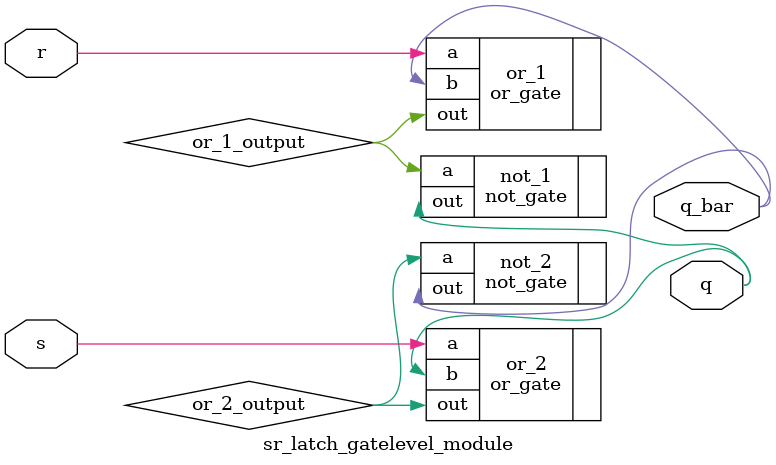
<source format=v>

module sr_latch_gatelevel_module (s, r, q, q_bar);
	input s, r;

	output q, q_bar;
	
	wire or_1_output, or_2_output;
	
	or_gate or_1(.a(r), .b(q_bar), .out(or_1_output));
	not_gate not_1(.a(or_1_output), .out(q)); // These two lines are a NOR operation.
	
	or_gate or_2(.a(s), .b(q), .out(or_2_output));
	not_gate not_2(.a(or_2_output), .out(q_bar));
	
endmodule
</source>
